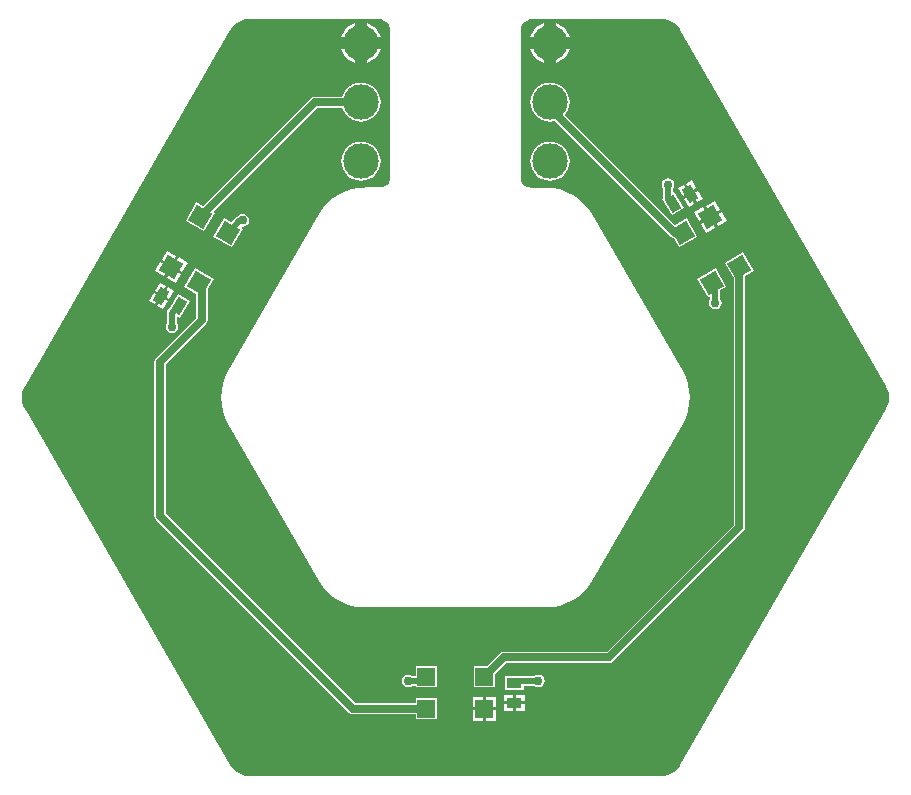
<source format=gtl>
G04*
G04 #@! TF.GenerationSoftware,Altium Limited,CircuitStudio,1.5.2 (30)*
G04*
G04 Layer_Physical_Order=1*
G04 Layer_Color=6120410*
%FSLAX24Y24*%
%MOIN*%
G70*
G01*
G75*
%ADD10P,0.0835X4X165.0*%
%ADD11R,0.0591X0.0591*%
%ADD12P,0.0835X4X285.0*%
G04:AMPARAMS|DCode=13|XSize=51.2mil|YSize=33.5mil|CornerRadius=0mil|HoleSize=0mil|Usage=FLASHONLY|Rotation=120.000|XOffset=0mil|YOffset=0mil|HoleType=Round|Shape=Rectangle|*
%AMROTATEDRECTD13*
4,1,4,0.0273,-0.0138,-0.0017,-0.0305,-0.0273,0.0138,0.0017,0.0305,0.0273,-0.0138,0.0*
%
%ADD13ROTATEDRECTD13*%

%ADD14R,0.0512X0.0335*%
G04:AMPARAMS|DCode=15|XSize=51.2mil|YSize=33.5mil|CornerRadius=0mil|HoleSize=0mil|Usage=FLASHONLY|Rotation=240.000|XOffset=0mil|YOffset=0mil|HoleType=Round|Shape=Rectangle|*
%AMROTATEDRECTD15*
4,1,4,-0.0017,0.0305,0.0273,0.0138,0.0017,-0.0305,-0.0273,-0.0138,-0.0017,0.0305,0.0*
%
%ADD15ROTATEDRECTD15*%

%ADD16C,0.0250*%
%ADD17C,0.0200*%
%ADD18C,0.1181*%
%ADD19C,0.0300*%
G36*
X382590Y355914D02*
X382731Y355871D01*
X382861Y355801D01*
X382975Y355708D01*
X383068Y355594D01*
X383091Y355551D01*
X383092Y355551D01*
X389945Y343682D01*
X389944Y343681D01*
X389944Y343681D01*
X389944Y343681D01*
X389991Y343594D01*
X390033Y343454D01*
X390048Y343307D01*
X390033Y343161D01*
X389991Y343020D01*
X389944Y342933D01*
X389944Y342933D01*
X389944Y342933D01*
X389945Y342932D01*
X383092Y331063D01*
X383091Y331063D01*
X383068Y331020D01*
X382975Y330906D01*
X382861Y330813D01*
X382731Y330743D01*
X382590Y330701D01*
X382452Y330687D01*
X382444Y330689D01*
X368737D01*
X368729Y330687D01*
X368591Y330701D01*
X368450Y330743D01*
X368320Y330813D01*
X368206Y330906D01*
X368113Y331020D01*
X368090Y331063D01*
X368089Y331063D01*
X361260Y342892D01*
X361237Y342933D01*
X361237Y342933D01*
X361237Y342933D01*
X361237D01*
X361237Y342933D01*
X361214Y342975D01*
X361190Y343020D01*
X361148Y343161D01*
X361133Y343307D01*
X361148Y343454D01*
X361190Y343594D01*
X361214Y343639D01*
X361237Y343681D01*
X361237Y343681D01*
X361237D01*
X361237Y343681D01*
X361237Y343681D01*
X361260Y343722D01*
X368089Y355551D01*
X368090Y355551D01*
X368113Y355594D01*
X368206Y355708D01*
X368320Y355801D01*
X368450Y355871D01*
X368591Y355914D01*
X368729Y355927D01*
X368737Y355925D01*
X373002D01*
X373010Y355927D01*
X373110Y355914D01*
X373210Y355872D01*
X373296Y355806D01*
X373362Y355720D01*
X373404Y355620D01*
X373416Y355527D01*
X373413Y355512D01*
Y350631D01*
X373416Y350618D01*
X373406Y350547D01*
X373374Y350468D01*
X373322Y350401D01*
X373255Y350349D01*
X373176Y350317D01*
X373140Y350312D01*
X373139Y350312D01*
X373136Y350311D01*
X373090Y350307D01*
X373090D01*
X373042Y350307D01*
X372562D01*
X372541Y350303D01*
X372333Y350290D01*
X372108Y350245D01*
X371891Y350171D01*
X371686Y350070D01*
X371495Y349943D01*
X371323Y349792D01*
X371172Y349619D01*
X371046Y349430D01*
X371045Y349429D01*
X368016Y344183D01*
X368015Y344181D01*
X367915Y343977D01*
X367841Y343760D01*
X367796Y343536D01*
X367781Y343307D01*
X367796Y343078D01*
X367841Y342854D01*
X367915Y342637D01*
X368015Y342433D01*
X368016Y342431D01*
X371045Y337185D01*
X371046Y337184D01*
X371172Y336995D01*
X371323Y336823D01*
X371495Y336671D01*
X371686Y336544D01*
X371891Y336443D01*
X372108Y336369D01*
X372333Y336324D01*
X372560Y336310D01*
X372562Y336309D01*
X378619D01*
X378621Y336310D01*
X378848Y336324D01*
X379073Y336369D01*
X379290Y336443D01*
X379495Y336544D01*
X379686Y336671D01*
X379858Y336823D01*
X380009Y336995D01*
X380135Y337184D01*
X380136Y337185D01*
X383165Y342431D01*
X383166Y342433D01*
X383266Y342637D01*
X383340Y342854D01*
X383385Y343078D01*
X383400Y343307D01*
X383385Y343536D01*
X383340Y343760D01*
X383266Y343977D01*
X383166Y344181D01*
X383165Y344183D01*
X380136Y349429D01*
X380135Y349430D01*
X380009Y349619D01*
X379858Y349792D01*
X379686Y349943D01*
X379495Y350070D01*
X379290Y350171D01*
X379073Y350245D01*
X378848Y350290D01*
X378621Y350305D01*
X378619Y350305D01*
X378101D01*
X378089Y350307D01*
Y350307D01*
X378087Y350306D01*
X378005Y350317D01*
X377926Y350349D01*
X377859Y350401D01*
X377807Y350468D01*
X377775Y350547D01*
X377765Y350618D01*
X377768Y350631D01*
Y355512D01*
X377765Y355527D01*
X377777Y355620D01*
X377819Y355720D01*
X377885Y355806D01*
X377971Y355872D01*
X378071Y355914D01*
X378171Y355927D01*
X378179Y355925D01*
X382444D01*
X382452Y355927D01*
X382590Y355914D01*
D02*
G37*
%LPC*%
G36*
X365811Y346623D02*
X365658Y346358D01*
X365846Y346249D01*
X365999Y346514D01*
X365811Y346623D01*
D02*
G37*
G36*
X365536Y346781D02*
X365383Y346516D01*
X365571Y346408D01*
X365724Y346673D01*
X365536Y346781D01*
D02*
G37*
G36*
X384266Y347613D02*
X383651Y347257D01*
X384006Y346642D01*
X384046Y346665D01*
X384089Y346640D01*
Y346591D01*
X384054Y346539D01*
X384038Y346457D01*
X384054Y346375D01*
X384101Y346305D01*
X384170Y346259D01*
X384252Y346243D01*
X384334Y346259D01*
X384403Y346305D01*
X384450Y346375D01*
X384466Y346457D01*
X384450Y346539D01*
X384415Y346591D01*
Y346878D01*
X384622Y346997D01*
X384266Y347613D01*
D02*
G37*
G36*
X378346Y334072D02*
X378265Y334056D01*
X378213Y334021D01*
X377875D01*
Y334027D01*
X377243D01*
Y333572D01*
X377875D01*
Y333695D01*
X378213D01*
X378265Y333660D01*
X378346Y333644D01*
X378428Y333660D01*
X378498Y333707D01*
X378544Y333776D01*
X378561Y333858D01*
X378544Y333940D01*
X378498Y334010D01*
X378428Y334056D01*
X378346Y334072D01*
D02*
G37*
G36*
X366333Y346744D02*
X366066Y346281D01*
X366026Y346241D01*
X365991Y346188D01*
X365979Y346126D01*
Y345803D01*
X365944Y345751D01*
X365928Y345669D01*
X365944Y345587D01*
X365990Y345518D01*
X366060Y345471D01*
X366142Y345455D01*
X366224Y345471D01*
X366293Y345518D01*
X366340Y345587D01*
X366356Y345669D01*
X366340Y345751D01*
X366305Y345803D01*
Y345980D01*
X366348Y346005D01*
X366411Y345969D01*
X366727Y346516D01*
X366333Y346744D01*
D02*
G37*
G36*
X366014Y346974D02*
X365861Y346709D01*
X366049Y346601D01*
X366202Y346865D01*
X366014Y346974D01*
D02*
G37*
G36*
X366365Y347976D02*
X366192Y347677D01*
X366491Y347504D01*
X366664Y347803D01*
X366365Y347976D01*
D02*
G37*
G36*
X365979Y348199D02*
X365807Y347900D01*
X366106Y347727D01*
X366278Y348026D01*
X365979Y348199D01*
D02*
G37*
G36*
X365757Y347813D02*
X365584Y347514D01*
X365883Y347341D01*
X366056Y347640D01*
X365757Y347813D01*
D02*
G37*
G36*
X365739Y347133D02*
X365586Y346868D01*
X365774Y346759D01*
X365927Y347024D01*
X365739Y347133D01*
D02*
G37*
G36*
X366142Y347590D02*
X365970Y347291D01*
X366269Y347119D01*
X366441Y347418D01*
X366142Y347590D01*
D02*
G37*
G36*
X377509Y333080D02*
X377203D01*
Y332863D01*
X377509D01*
Y333080D01*
D02*
G37*
G36*
X377915D02*
X377609D01*
Y332863D01*
X377915D01*
Y333080D01*
D02*
G37*
G36*
X366915Y347613D02*
X366559Y346997D01*
X366959Y346767D01*
Y345966D01*
X365615Y344622D01*
X365574Y344560D01*
X365559Y344488D01*
Y339370D01*
X365574Y339298D01*
X365615Y339237D01*
X372052Y332800D01*
X372113Y332759D01*
X372185Y332744D01*
X374271D01*
Y332578D01*
X374981D01*
Y333288D01*
X374271D01*
Y333122D01*
X372263D01*
X365937Y339448D01*
Y344410D01*
X367281Y345754D01*
X367322Y345815D01*
X367336Y345888D01*
Y346921D01*
X367530Y347257D01*
X366915Y347613D01*
D02*
G37*
G36*
X376505Y332883D02*
X376160D01*
Y332538D01*
X376505D01*
Y332883D01*
D02*
G37*
G36*
X376950D02*
X376605D01*
Y332538D01*
X376950D01*
Y332883D01*
D02*
G37*
G36*
X376505Y333328D02*
X376160D01*
Y332983D01*
X376505D01*
Y333328D01*
D02*
G37*
G36*
X385187Y348144D02*
X384572Y347789D01*
X384868Y347275D01*
Y339072D01*
X380631Y334834D01*
X377205D01*
X377133Y334820D01*
X377071Y334779D01*
X376644Y334351D01*
X376200D01*
Y333641D01*
X376910D01*
Y334085D01*
X377283Y334457D01*
X380709D01*
X380781Y334471D01*
X380842Y334512D01*
X385190Y338861D01*
X385231Y338922D01*
X385234Y338934D01*
X385246Y338994D01*
Y347357D01*
X385542Y347529D01*
X385187Y348144D01*
D02*
G37*
G36*
X374981Y334351D02*
X374271D01*
Y334021D01*
X374150D01*
X374098Y334056D01*
X374016Y334072D01*
X373934Y334056D01*
X373864Y334010D01*
X373818Y333940D01*
X373802Y333858D01*
X373818Y333776D01*
X373864Y333707D01*
X373934Y333660D01*
X374016Y333644D01*
X374098Y333660D01*
X374150Y333695D01*
X374271D01*
Y333641D01*
X374981D01*
Y334351D01*
D02*
G37*
G36*
X377915Y333397D02*
X377609D01*
Y333180D01*
X377915D01*
Y333397D01*
D02*
G37*
G36*
X376950Y333328D02*
X376605D01*
Y332983D01*
X376950D01*
Y333328D01*
D02*
G37*
G36*
X377509Y333397D02*
X377203D01*
Y333180D01*
X377509D01*
Y333397D01*
D02*
G37*
G36*
X372244Y354921D02*
X371779D01*
X371800Y354853D01*
X371864Y354733D01*
X371950Y354627D01*
X372055Y354541D01*
X372175Y354477D01*
X372244Y354456D01*
Y354921D01*
D02*
G37*
G36*
X378543Y354921D02*
X378078D01*
X378099Y354853D01*
X378163Y354733D01*
X378250Y354627D01*
X378355Y354541D01*
X378475Y354477D01*
X378543Y354456D01*
Y354921D01*
D02*
G37*
G36*
X372441Y353803D02*
X372313Y353791D01*
X372191Y353754D01*
X372078Y353693D01*
X371979Y353612D01*
X371897Y353513D01*
X371837Y353400D01*
X371818Y353338D01*
X370909D01*
X370837Y353324D01*
X370775Y353283D01*
X367180Y349687D01*
X366959Y349815D01*
X366603Y349199D01*
X367219Y348844D01*
X367574Y349459D01*
X367553Y349471D01*
X367547Y349521D01*
X370987Y352961D01*
X371818D01*
X371837Y352899D01*
X371897Y352786D01*
X371979Y352687D01*
X372078Y352606D01*
X372191Y352546D01*
X372313Y352508D01*
X372441Y352496D01*
X372568Y352508D01*
X372691Y352546D01*
X372804Y352606D01*
X372903Y352687D01*
X372984Y352786D01*
X373045Y352899D01*
X373082Y353022D01*
X373095Y353150D01*
X373082Y353277D01*
X373045Y353400D01*
X372984Y353513D01*
X372903Y353612D01*
X372804Y353693D01*
X372691Y353754D01*
X372568Y353791D01*
X372441Y353803D01*
D02*
G37*
G36*
Y351835D02*
X372313Y351822D01*
X372191Y351785D01*
X372078Y351725D01*
X371979Y351643D01*
X371897Y351544D01*
X371837Y351431D01*
X371800Y351309D01*
X371787Y351181D01*
X371800Y351054D01*
X371837Y350931D01*
X371897Y350818D01*
X371979Y350719D01*
X372078Y350638D01*
X372191Y350577D01*
X372313Y350540D01*
X372441Y350527D01*
X372568Y350540D01*
X372691Y350577D01*
X372804Y350638D01*
X372903Y350719D01*
X372984Y350818D01*
X373045Y350931D01*
X373082Y351054D01*
X373095Y351181D01*
X373082Y351309D01*
X373045Y351431D01*
X372984Y351544D01*
X372903Y351643D01*
X372804Y351725D01*
X372691Y351785D01*
X372568Y351822D01*
X372441Y351835D01*
D02*
G37*
G36*
X378740D02*
X378613Y351822D01*
X378490Y351785D01*
X378377Y351725D01*
X378278Y351643D01*
X378197Y351544D01*
X378136Y351431D01*
X378099Y351309D01*
X378086Y351181D01*
X378099Y351054D01*
X378136Y350931D01*
X378197Y350818D01*
X378278Y350719D01*
X378377Y350638D01*
X378490Y350577D01*
X378613Y350540D01*
X378740Y350527D01*
X378868Y350540D01*
X378990Y350577D01*
X379103Y350638D01*
X379202Y350719D01*
X379284Y350818D01*
X379344Y350931D01*
X379381Y351054D01*
X379394Y351181D01*
X379381Y351309D01*
X379344Y351431D01*
X379284Y351544D01*
X379202Y351643D01*
X379103Y351725D01*
X378990Y351785D01*
X378868Y351822D01*
X378740Y351835D01*
D02*
G37*
G36*
X379402Y354921D02*
X378937D01*
Y354456D01*
X379006Y354477D01*
X379126Y354541D01*
X379231Y354627D01*
X379317Y354733D01*
X379381Y354853D01*
X379402Y354921D01*
D02*
G37*
G36*
X378543Y355780D02*
X378475Y355759D01*
X378355Y355695D01*
X378250Y355609D01*
X378163Y355504D01*
X378099Y355384D01*
X378078Y355315D01*
X378543D01*
Y355780D01*
D02*
G37*
G36*
X378937Y355780D02*
Y355315D01*
X379402D01*
X379381Y355384D01*
X379317Y355504D01*
X379231Y355609D01*
X379126Y355695D01*
X379006Y355759D01*
X378937Y355780D01*
D02*
G37*
G36*
X372638Y355780D02*
Y355315D01*
X373103D01*
X373082Y355384D01*
X373018Y355504D01*
X372932Y355609D01*
X372826Y355695D01*
X372706Y355759D01*
X372638Y355780D01*
D02*
G37*
G36*
X373103Y354921D02*
X372638D01*
Y354456D01*
X372706Y354477D01*
X372826Y354541D01*
X372932Y354627D01*
X373018Y354733D01*
X373082Y354853D01*
X373103Y354921D01*
D02*
G37*
G36*
X372244Y355780D02*
X372175Y355759D01*
X372055Y355695D01*
X371950Y355609D01*
X371864Y355504D01*
X371800Y355384D01*
X371779Y355315D01*
X372244D01*
Y355780D01*
D02*
G37*
G36*
X368504Y349427D02*
X368422Y349410D01*
X368353Y349364D01*
X368344Y349352D01*
X368309Y349328D01*
X368123Y349142D01*
X367879Y349283D01*
X367524Y348668D01*
X368139Y348313D01*
X368495Y348928D01*
X368493Y348929D01*
X368486Y348991D01*
X368495Y349000D01*
X368504Y348998D01*
X368586Y349015D01*
X368655Y349061D01*
X368702Y349131D01*
X368718Y349213D01*
X368702Y349295D01*
X368655Y349364D01*
X368586Y349410D01*
X368504Y349427D01*
D02*
G37*
G36*
X383851Y349647D02*
X383552Y349474D01*
X383725Y349175D01*
X384024Y349348D01*
X383851Y349647D01*
D02*
G37*
G36*
X384460Y349484D02*
X384161Y349311D01*
X384333Y349012D01*
X384632Y349185D01*
X384460Y349484D01*
D02*
G37*
G36*
X378740Y353803D02*
X378613Y353791D01*
X378490Y353754D01*
X378377Y353693D01*
X378278Y353612D01*
X378197Y353513D01*
X378136Y353400D01*
X378099Y353277D01*
X378086Y353150D01*
X378099Y353022D01*
X378136Y352899D01*
X378197Y352786D01*
X378278Y352687D01*
X378377Y352606D01*
X378490Y352546D01*
X378613Y352508D01*
X378740Y352496D01*
X378868Y352508D01*
X378914Y352522D01*
X382772Y348665D01*
X382833Y348624D01*
X382866Y348617D01*
X383042Y348313D01*
X383657Y348668D01*
X383302Y349283D01*
X382912Y349058D01*
X379238Y352731D01*
X379284Y352786D01*
X379344Y352899D01*
X379381Y353022D01*
X379394Y353150D01*
X379381Y353277D01*
X379344Y353400D01*
X379284Y353513D01*
X379202Y353612D01*
X379103Y353693D01*
X378990Y353754D01*
X378868Y353791D01*
X378740Y353803D01*
D02*
G37*
G36*
X384074Y349261D02*
X383775Y349089D01*
X383948Y348789D01*
X384247Y348962D01*
X384074Y349261D01*
D02*
G37*
G36*
X382677Y350608D02*
X382595Y350592D01*
X382526Y350545D01*
X382479Y350476D01*
X382463Y350394D01*
X382479Y350312D01*
X382514Y350260D01*
Y349942D01*
X382486Y349926D01*
X382801Y349379D01*
X383195Y349606D01*
X382879Y350153D01*
Y350153D01*
X382879Y350153D01*
X382840Y350180D01*
Y350260D01*
X382875Y350312D01*
X382891Y350394D01*
X382875Y350476D01*
X382829Y350545D01*
X382759Y350592D01*
X382677Y350608D01*
D02*
G37*
G36*
X383199Y350384D02*
X383011Y350275D01*
X383163Y350010D01*
X383352Y350119D01*
X383199Y350384D01*
D02*
G37*
G36*
X383474Y350542D02*
X383285Y350434D01*
X383438Y350169D01*
X383626Y350277D01*
X383474Y350542D01*
D02*
G37*
G36*
X383676Y350191D02*
X383488Y350082D01*
X383641Y349817D01*
X383829Y349926D01*
X383676Y350191D01*
D02*
G37*
G36*
X384237Y349869D02*
X383938Y349697D01*
X384111Y349398D01*
X384410Y349570D01*
X384237Y349869D01*
D02*
G37*
G36*
X383402Y350032D02*
X383213Y349924D01*
X383366Y349659D01*
X383555Y349767D01*
X383402Y350032D01*
D02*
G37*
%LPD*%
D10*
X384092Y349329D02*
D03*
X383172Y348798D02*
D03*
X384136Y347127D02*
D03*
X385057Y347659D02*
D03*
D11*
X376555Y332933D02*
D03*
Y333996D02*
D03*
X374626D02*
D03*
Y332933D02*
D03*
D12*
X366124Y347659D02*
D03*
X367045Y347127D02*
D03*
X368009Y348798D02*
D03*
X367089Y349329D02*
D03*
D13*
X382840Y349766D02*
D03*
X383420Y350100D02*
D03*
D14*
X377559Y333799D02*
D03*
Y333130D02*
D03*
D15*
X366372Y346356D02*
D03*
X365793Y346691D02*
D03*
D16*
X382905Y348798D02*
X383172D01*
X378740Y352963D02*
X382905Y348798D01*
X378740Y352963D02*
Y353150D01*
X367045Y347127D02*
X367147Y347025D01*
Y345888D02*
Y347025D01*
X365748Y344488D02*
X367147Y345888D01*
X365748Y339370D02*
Y344488D01*
Y339370D02*
X372185Y332933D01*
X374626D01*
X385057Y338994D02*
Y347659D01*
X380709Y334646D02*
X385057Y338994D01*
X377205Y334646D02*
X380709D01*
X376555Y333996D02*
X377205Y334646D01*
X367089Y349329D02*
X370909Y353150D01*
X372441D01*
D17*
X382677Y349929D02*
X382840Y349766D01*
X382677Y349929D02*
Y350394D01*
X384252Y346457D02*
Y347012D01*
X377559Y333799D02*
X377618Y333858D01*
X378346D01*
X374016D02*
X374488D01*
X368009Y348798D02*
X368424Y349213D01*
X368504D01*
X366142Y346126D02*
X366372Y346356D01*
X366142Y345669D02*
Y346126D01*
D18*
X378740Y353150D02*
D03*
X372441D02*
D03*
X378740Y351181D02*
D03*
X372441D02*
D03*
X378740Y355118D02*
D03*
X372441D02*
D03*
D19*
X382677Y350394D02*
D03*
X384252Y346457D02*
D03*
X378346Y333858D02*
D03*
X374016D02*
D03*
X368504Y349213D02*
D03*
X366142Y345669D02*
D03*
M02*

</source>
